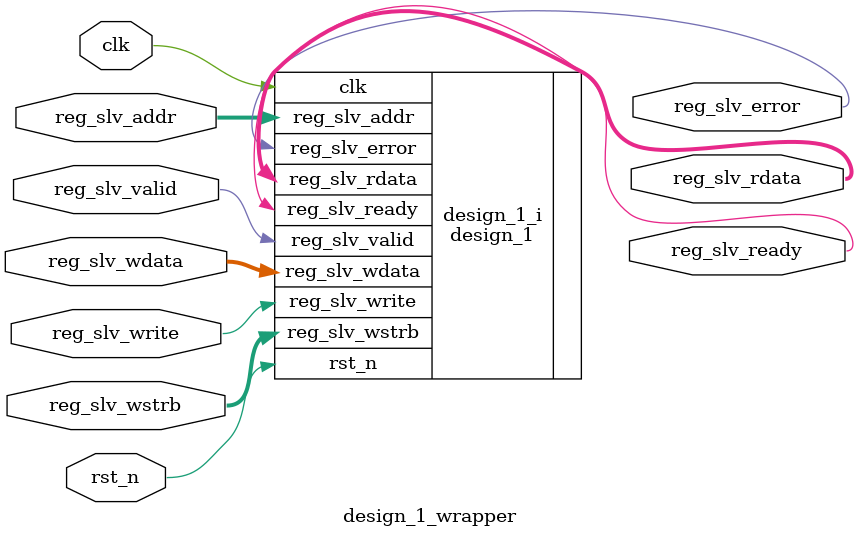
<source format=v>
`timescale 1 ps / 1 ps

module design_1_wrapper
   (clk,
    reg_slv_addr,
    reg_slv_error,
    reg_slv_rdata,
    reg_slv_ready,
    reg_slv_valid,
    reg_slv_wdata,
    reg_slv_write,
    reg_slv_wstrb,
    rst_n);
  input clk;
  input [63:0]reg_slv_addr;
  output reg_slv_error;
  output [63:0]reg_slv_rdata;
  output reg_slv_ready;
  input reg_slv_valid;
  input [63:0]reg_slv_wdata;
  input reg_slv_write;
  input [7:0]reg_slv_wstrb;
  input rst_n;

  wire clk;
  wire [63:0]reg_slv_addr;
  wire reg_slv_error;
  wire [63:0]reg_slv_rdata;
  wire reg_slv_ready;
  wire reg_slv_valid;
  wire [63:0]reg_slv_wdata;
  wire reg_slv_write;
  wire [7:0]reg_slv_wstrb;
  wire rst_n;

  design_1 design_1_i
       (.clk(clk),
        .reg_slv_addr(reg_slv_addr),
        .reg_slv_error(reg_slv_error),
        .reg_slv_rdata(reg_slv_rdata),
        .reg_slv_ready(reg_slv_ready),
        .reg_slv_valid(reg_slv_valid),
        .reg_slv_wdata(reg_slv_wdata),
        .reg_slv_write(reg_slv_write),
        .reg_slv_wstrb(reg_slv_wstrb),
        .rst_n(rst_n));
endmodule

</source>
